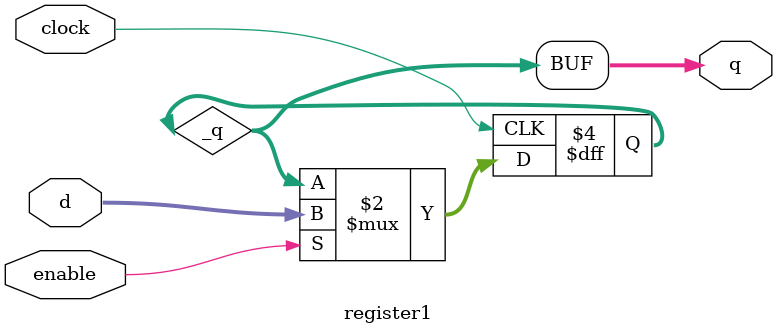
<source format=v>
module fifo3x3 #( 
        parameter N = 3,
        parameter MEMORY_SIZE = 4096,
        parameter ADDRESS_SIZE = 12,
        parameter K = 3 // Kernel SIZE
//        parameter WIDTH = 8,
//        parameter HEIGHT = 8
    ) (
        input clock,
        input reset_n,
        // Size
        input [15:0] width,
        // Data input
        input read, 
        input [N-1:0] pi,
        // Data output
        output [N-1:0] po00, po01, po02,
        output [N-1:0] po10, po11, po12,
        output [N-1:0] po20, po21, po22,
        output valid
    );
    
    reg [15:0] SIZE;
    always @(posedge clock)
    begin
        if (!reset_n) begin
            SIZE[15:0] <= width[15:0] - K[15:0]; 
        end
    end
    
    wire [N-1:0] net_in [0:K-1];
    wire [N-1:0] net_out [0:K-1];
    
    wire [N-1:0] net_o0 [0:K-1];
    wire [N-1:0] net_o1 [0:K-1];
    wire [N-1:0] net_o2 [0:K-1];
    
    genvar i;
    generate
        for (i = 1; i < K; i = i + 1) begin: fbuffer
            fifo_prg #(
                .MEMORY_WIDTH(N),
                .MEMORY_SIZE(MEMORY_SIZE),
                .ADDRESS_SIZE(ADDRESS_SIZE)
            ) ffbuf (
                .clk(clock),
                .reset_n(reset_n),
                .enable(read),
                .data_in(net_in[i][N-1:0]),
                .size(SIZE[15:0]),
                .data_out(net_out[i][N-1:0])
            );
        end
        for (i = 0; i < K; i = i + 1) begin: rbuffer
            register3 #(N) regs(
                .clock(clock),
                .enable(read),
                .d(net_out[i][N-1:0]),
                .q0(net_o0[i][N-1:0]),
                .q1(net_o1[i][N-1:0]),
                .q2(net_o2[i][N-1:0])
            );
        end
        for (i = 0; i < (K - 1); i = i + 1) begin: conn
            assign net_in[i+1][N-1:0] = net_o2[i][N-1:0];
        end
    endgenerate
    
    assign net_in[0][N-1:0] = pi[N-1:0];
    assign net_out[0][N-1:0] = net_in[0][N-1:0];
    assign po22[N-1:0] = net_o0[0][N-1:0];
    assign po21[N-1:0] = net_o1[0][N-1:0];
    assign po20[N-1:0] = net_o2[0][N-1:0];
    assign po12[N-1:0] = net_o0[1][N-1:0];
    assign po11[N-1:0] = net_o1[1][N-1:0];
    assign po10[N-1:0] = net_o2[1][N-1:0];
    assign po02[N-1:0] = net_o0[2][N-1:0];
    assign po01[N-1:0] = net_o1[2][N-1:0];
    assign po00[N-1:0] = net_o2[2][N-1:0];
        
    reg _valid;
    always @(posedge clock) 
    begin
        if (reset_n) begin
            _valid <= read;
        end
        else begin
            _valid <= 1'b0;
        end
    end
    assign valid = _valid;
   
endmodule
//
module fifo5x5 #( 
        parameter N = 3,
        parameter MEMORY_SIZE = 4096,
        parameter ADDRESS_SIZE = 12,
        parameter K = 5 // Kernel SIZE
//        parameter WIDTH = 8,
//        parameter HEIGHT = 8
    ) (
        input clock,
        input reset_n,
        // Size
        input [15:0] width,
        // Data input
        input read, 
        input [N-1:0] pi,
        // Data output
        output [N-1:0] po00, po01, po02, po03, po04,
        output [N-1:0] po10, po11, po12, po13, po14,
        output [N-1:0] po20, po21, po22, po23, po24,
        output [N-1:0] po30, po31, po32, po33, po34,
        output [N-1:0] po40, po41, po42, po43, po44,
        output valid
    );
    
    reg [15:0] SIZE;
    always @(posedge clock)
    begin
        if (!reset_n) begin
            SIZE[15:0] <= width[15:0] - K[15:0]; 
        end
    end
    
    wire [N-1:0] net_in [0:K-1];
    wire [N-1:0] net_out [0:K-1];
    
    wire [N-1:0] net_i [0:K-1];
    wire [N-1:0] net_o0 [0:K-1];
    wire [N-1:0] net_o1 [0:K-1];
    wire [N-1:0] net_o2 [0:K-1];
    wire [N-1:0] net_o3 [0:K-1];
    wire [N-1:0] net_o4 [0:K-1];
    
    genvar i;
    generate
        for (i = 0; i < K; i = i + 1) begin: fbuffer
            fifo_prg #(
                .MEMORY_WIDTH(N),
                .MEMORY_SIZE(MEMORY_SIZE),
                .ADDRESS_SIZE(ADDRESS_SIZE)
            ) ffbuf (
                .clk(clock),
                .reset_n(reset_n),
                .enable(read),
                .data_in(net_in[i][N-1:0]),
                .size(SIZE[15:0]),
                .data_out(net_out[i][N-1:0])
            );
        end
        for (i = 0; i < K; i = i + 1) begin: rbuffer
            register5 #(N) regs(
                .clock(clock),
                .enable(read),
                .d(net_i[i][N-1:0]),
                .q0(net_o0[i][N-1:0]),
                .q1(net_o1[i][N-1:0]),
                .q2(net_o2[i][N-1:0]),
                .q3(net_o3[i][N-1:0]),
                .q4(net_o4[i][N-1:0])
            );
            assign net_i[i][N-1:0] = net_out[i][N-1:0];
        end
        for (i = 0; i < (K - 1); i = i + 1) begin: conn
            assign net_in[i+1][N-1:0] = net_o4[i][N-1:0];
        end
    endgenerate
    
    assign net_in[0][N-1:0] = pi[N-1:0];
    assign po00[N-1:0] = net_o0[0][N-1:0];
    assign po01[N-1:0] = net_o0[1][N-1:0];
    assign po02[N-1:0] = net_o0[2][N-1:0];
    assign po03[N-1:0] = net_o0[3][N-1:0];
    assign po04[N-1:0] = net_o0[4][N-1:0];
    assign po10[N-1:0] = net_o1[0][N-1:0];
    assign po11[N-1:0] = net_o1[1][N-1:0];
    assign po12[N-1:0] = net_o1[2][N-1:0];
    assign po13[N-1:0] = net_o1[3][N-1:0];
    assign po14[N-1:0] = net_o1[4][N-1:0];
    assign po20[N-1:0] = net_o2[0][N-1:0];
    assign po21[N-1:0] = net_o2[1][N-1:0];
    assign po22[N-1:0] = net_o2[2][N-1:0];
    assign po23[N-1:0] = net_o2[3][N-1:0];
    assign po24[N-1:0] = net_o2[4][N-1:0];
    assign po30[N-1:0] = net_o2[0][N-1:0];
    assign po31[N-1:0] = net_o2[1][N-1:0];
    assign po32[N-1:0] = net_o2[2][N-1:0];
    assign po33[N-1:0] = net_o2[3][N-1:0];
    assign po34[N-1:0] = net_o2[4][N-1:0];
    assign po40[N-1:0] = net_o2[0][N-1:0];
    assign po41[N-1:0] = net_o2[1][N-1:0];
    assign po42[N-1:0] = net_o2[2][N-1:0];
    assign po43[N-1:0] = net_o2[3][N-1:0];
    assign po44[N-1:0] = net_o2[4][N-1:0];
        
    reg _valid;
    always @(posedge clock) 
    begin
        if (reset_n) begin
            _valid <= read;
        end
        else begin
            _valid <= 1'b0;
        end
    end
    assign valid = _valid;
   
endmodule
//
module register3 #(
        parameter N = 8,
        parameter K = 3
    ) (
        input clock,
        input enable,
        input [N-1:0] d,
        output [N-1:0] q0,
        output [N-1:0] q1,
        output [N-1:0] q2
    );
    
    wire [N-1:0] net_i [0:K-1];
    wire [N-1:0] net_o [0:K-1];
    
    genvar i;
    generate
        for (i = 0; i < K; i = i + 1) begin: rbuff
            register1 #(N) regs (
                .clock(clock),
                .enable(enable),
                .d(net_i[i][N-1:0]),  
                .q(net_o[i][N-1:0])
            );
        end
    endgenerate
    
    generate
        for (i = 0; i < (K - 1); i = i + 1) begin: cbuff
            assign net_i[i+1][N-1:0] = net_o[i][N-1:0];        
        end
    endgenerate
    
    assign net_i[0][N-1:0] = d[N-1:0];
    assign q0[N-1:0] = net_o[0][N-1:0];
    assign q1[N-1:0] = net_o[1][N-1:0];
    assign q2[N-1:0] = net_o[2][N-1:0];

endmodule
//
module register5 #(
        parameter N = 8,
        parameter K = 5
    ) (
        input clock,
        input enable,
        input [N-1:0] d,
        output [N-1:0] q0,
        output [N-1:0] q1,
        output [N-1:0] q2,
        output [N-1:0] q3,
        output [N-1:0] q4
    );
    
    wire [N-1:0] net_i [0:K-1];
    wire [N-1:0] net_o [0:K-1];
    
    genvar i;
    generate
        for (i = 0; i < K; i = i + 1) begin: rbuff
            register1 #(N) regs (
                .clock(clock),
                .enable(enable),
                .d(net_i[i][N-1:0]),  
                .q(net_o[i][N-1:0])
            );
        end
    endgenerate
    
    generate
        for (i = 0; i < (K - 1); i = i + 1) begin: cbuff
            assign net_i[i+1][N-1:0] = net_o[i][N-1:0];        
        end
    endgenerate
    
    assign net_i[0][N-1:0] = d[N-1:0];
    assign q0[N-1:0] = net_o[0][N-1:0];
    assign q1[N-1:0] = net_o[1][N-1:0];
    assign q2[N-1:0] = net_o[2][N-1:0];
    assign q3[N-1:0] = net_o[3][N-1:0];
    assign q4[N-1:0] = net_o[4][N-1:0];

endmodule
//
// N bits register
//
module register1 #( 
        parameter N = 8
    ) (
        input clock,
        input enable,
        input [N-1:0] d,
        output [N-1:0] q
    );
   
   reg [N-1:0] _q;
   always @(posedge clock) begin
      if (enable) _q <= d;
   end
   assign q = _q;

endmodule

</source>
